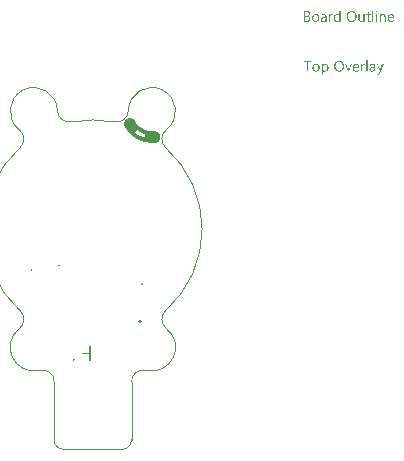
<source format=gto>
G04*
G04 #@! TF.GenerationSoftware,Altium Limited,Altium Designer,21.9.2 (33)*
G04*
G04 Layer_Color=65535*
%FSAX25Y25*%
%MOIN*%
G70*
G04*
G04 #@! TF.SameCoordinates,A6586CB6-8B30-4D09-AE0A-FB24D08DFB98*
G04*
G04*
G04 #@! TF.FilePolarity,Positive*
G04*
G01*
G75*
%ADD10C,0.00591*%
%ADD11C,0.00787*%
%ADD12C,0.00394*%
G36*
X0094583Y0072803D02*
X0094608D01*
X0094664Y0072779D01*
X0094695Y0072760D01*
X0094726Y0072735D01*
X0094732Y0072729D01*
X0094738Y0072723D01*
X0094769Y0072686D01*
X0094794Y0072624D01*
X0094800Y0072587D01*
X0094806Y0072550D01*
Y0072543D01*
Y0072531D01*
X0094800Y0072513D01*
X0094794Y0072488D01*
X0094775Y0072426D01*
X0094750Y0072395D01*
X0094726Y0072364D01*
X0094719D01*
X0094713Y0072351D01*
X0094676Y0072327D01*
X0094620Y0072302D01*
X0094583Y0072296D01*
X0094546Y0072290D01*
X0094527D01*
X0094509Y0072296D01*
X0094484D01*
X0094422Y0072321D01*
X0094391Y0072333D01*
X0094360Y0072358D01*
Y0072364D01*
X0094348Y0072370D01*
X0094336Y0072389D01*
X0094323Y0072407D01*
X0094298Y0072469D01*
X0094292Y0072506D01*
X0094286Y0072550D01*
Y0072556D01*
Y0072568D01*
X0094292Y0072587D01*
X0094298Y0072618D01*
X0094317Y0072673D01*
X0094336Y0072704D01*
X0094360Y0072735D01*
X0094366Y0072742D01*
X0094373Y0072748D01*
X0094410Y0072772D01*
X0094472Y0072797D01*
X0094509Y0072810D01*
X0094564D01*
X0094583Y0072803D01*
D02*
G37*
G36*
X0082593Y0069139D02*
X0082191D01*
Y0069560D01*
X0082178D01*
Y0069554D01*
X0082166Y0069541D01*
X0082147Y0069516D01*
X0082129Y0069485D01*
X0082098Y0069448D01*
X0082061Y0069411D01*
X0082017Y0069368D01*
X0081968Y0069325D01*
X0081912Y0069275D01*
X0081844Y0069232D01*
X0081776Y0069195D01*
X0081695Y0069157D01*
X0081615Y0069126D01*
X0081522Y0069102D01*
X0081423Y0069089D01*
X0081318Y0069083D01*
X0081275D01*
X0081238Y0069089D01*
X0081200Y0069096D01*
X0081151Y0069102D01*
X0081046Y0069126D01*
X0080922Y0069164D01*
X0080798Y0069226D01*
X0080730Y0069263D01*
X0080674Y0069306D01*
X0080612Y0069362D01*
X0080557Y0069417D01*
Y0069424D01*
X0080544Y0069436D01*
X0080532Y0069455D01*
X0080513Y0069479D01*
X0080495Y0069510D01*
X0080470Y0069554D01*
X0080445Y0069603D01*
X0080420Y0069659D01*
X0080389Y0069721D01*
X0080365Y0069789D01*
X0080340Y0069863D01*
X0080321Y0069944D01*
X0080303Y0070030D01*
X0080290Y0070129D01*
X0080284Y0070228D01*
X0080278Y0070334D01*
Y0070340D01*
Y0070358D01*
Y0070395D01*
X0080284Y0070439D01*
X0080290Y0070488D01*
X0080297Y0070550D01*
X0080303Y0070618D01*
X0080315Y0070693D01*
X0080352Y0070854D01*
X0080408Y0071021D01*
X0080445Y0071101D01*
X0080489Y0071182D01*
X0080532Y0071256D01*
X0080588Y0071330D01*
X0080594Y0071336D01*
X0080600Y0071349D01*
X0080618Y0071367D01*
X0080643Y0071392D01*
X0080674Y0071417D01*
X0080717Y0071448D01*
X0080761Y0071485D01*
X0080810Y0071522D01*
X0080934Y0071590D01*
X0081077Y0071652D01*
X0081157Y0071671D01*
X0081244Y0071689D01*
X0081330Y0071702D01*
X0081429Y0071708D01*
X0081479D01*
X0081516Y0071702D01*
X0081553Y0071695D01*
X0081603Y0071689D01*
X0081714Y0071658D01*
X0081838Y0071609D01*
X0081900Y0071578D01*
X0081962Y0071534D01*
X0082024Y0071491D01*
X0082079Y0071435D01*
X0082129Y0071373D01*
X0082178Y0071299D01*
X0082191D01*
Y0072859D01*
X0082593D01*
Y0069139D01*
D02*
G37*
G36*
X0096861Y0071702D02*
X0096935Y0071695D01*
X0097028Y0071677D01*
X0097127Y0071646D01*
X0097232Y0071596D01*
X0097338Y0071528D01*
X0097381Y0071491D01*
X0097424Y0071442D01*
X0097437Y0071429D01*
X0097461Y0071392D01*
X0097492Y0071330D01*
X0097536Y0071244D01*
X0097573Y0071138D01*
X0097610Y0071008D01*
X0097635Y0070854D01*
X0097641Y0070674D01*
Y0069139D01*
X0097239D01*
Y0070569D01*
Y0070575D01*
Y0070606D01*
X0097232Y0070643D01*
Y0070693D01*
X0097220Y0070754D01*
X0097208Y0070823D01*
X0097189Y0070897D01*
X0097164Y0070971D01*
X0097133Y0071045D01*
X0097096Y0071114D01*
X0097047Y0071182D01*
X0096991Y0071244D01*
X0096929Y0071293D01*
X0096849Y0071330D01*
X0096762Y0071361D01*
X0096657Y0071367D01*
X0096644D01*
X0096607Y0071361D01*
X0096552Y0071355D01*
X0096483Y0071336D01*
X0096403Y0071312D01*
X0096316Y0071268D01*
X0096236Y0071213D01*
X0096155Y0071138D01*
X0096149Y0071126D01*
X0096124Y0071101D01*
X0096093Y0071052D01*
X0096056Y0070983D01*
X0096019Y0070903D01*
X0095988Y0070804D01*
X0095964Y0070693D01*
X0095957Y0070569D01*
Y0069139D01*
X0095555D01*
Y0071652D01*
X0095957D01*
Y0071231D01*
X0095970D01*
X0095976Y0071237D01*
X0095982Y0071250D01*
X0096001Y0071275D01*
X0096025Y0071305D01*
X0096050Y0071342D01*
X0096087Y0071380D01*
X0096131Y0071423D01*
X0096180Y0071473D01*
X0096236Y0071516D01*
X0096298Y0071559D01*
X0096366Y0071596D01*
X0096440Y0071633D01*
X0096514Y0071664D01*
X0096601Y0071689D01*
X0096694Y0071702D01*
X0096793Y0071708D01*
X0096830D01*
X0096861Y0071702D01*
D02*
G37*
G36*
X0079863Y0071689D02*
X0079937Y0071683D01*
X0079981Y0071671D01*
X0080012Y0071658D01*
Y0071244D01*
X0080006Y0071250D01*
X0079993Y0071256D01*
X0079969Y0071268D01*
X0079937Y0071287D01*
X0079894Y0071299D01*
X0079839Y0071312D01*
X0079777Y0071318D01*
X0079708Y0071324D01*
X0079696D01*
X0079665Y0071318D01*
X0079616Y0071312D01*
X0079560Y0071293D01*
X0079486Y0071262D01*
X0079418Y0071219D01*
X0079343Y0071157D01*
X0079275Y0071076D01*
X0079269Y0071064D01*
X0079251Y0071033D01*
X0079220Y0070977D01*
X0079189Y0070903D01*
X0079158Y0070810D01*
X0079127Y0070693D01*
X0079108Y0070563D01*
X0079102Y0070414D01*
Y0069139D01*
X0078699D01*
Y0071652D01*
X0079102D01*
Y0071132D01*
X0079114D01*
Y0071138D01*
X0079120Y0071144D01*
X0079133Y0071175D01*
X0079151Y0071225D01*
X0079182Y0071287D01*
X0079213Y0071349D01*
X0079263Y0071417D01*
X0079312Y0071485D01*
X0079374Y0071547D01*
X0079380Y0071553D01*
X0079405Y0071572D01*
X0079442Y0071596D01*
X0079492Y0071621D01*
X0079548Y0071646D01*
X0079616Y0071671D01*
X0079690Y0071689D01*
X0079770Y0071695D01*
X0079826D01*
X0079863Y0071689D01*
D02*
G37*
G36*
X0090603Y0069139D02*
X0090201D01*
Y0069535D01*
X0090188D01*
Y0069529D01*
X0090176Y0069516D01*
X0090163Y0069492D01*
X0090139Y0069467D01*
X0090083Y0069393D01*
X0089996Y0069312D01*
X0089947Y0069269D01*
X0089891Y0069226D01*
X0089829Y0069188D01*
X0089755Y0069151D01*
X0089681Y0069126D01*
X0089600Y0069102D01*
X0089507Y0069089D01*
X0089414Y0069083D01*
X0089377D01*
X0089334Y0069089D01*
X0089272Y0069102D01*
X0089204Y0069114D01*
X0089130Y0069139D01*
X0089049Y0069170D01*
X0088969Y0069219D01*
X0088882Y0069275D01*
X0088802Y0069343D01*
X0088727Y0069430D01*
X0088659Y0069535D01*
X0088597Y0069653D01*
X0088554Y0069795D01*
X0088529Y0069962D01*
X0088517Y0070049D01*
Y0070148D01*
Y0071652D01*
X0088913D01*
Y0070210D01*
Y0070204D01*
Y0070179D01*
X0088919Y0070135D01*
X0088925Y0070086D01*
X0088932Y0070024D01*
X0088944Y0069962D01*
X0088963Y0069888D01*
X0088987Y0069814D01*
X0089025Y0069739D01*
X0089062Y0069671D01*
X0089111Y0069603D01*
X0089173Y0069541D01*
X0089241Y0069492D01*
X0089322Y0069455D01*
X0089421Y0069424D01*
X0089526Y0069417D01*
X0089538D01*
X0089575Y0069424D01*
X0089631Y0069430D01*
X0089693Y0069442D01*
X0089773Y0069473D01*
X0089854Y0069510D01*
X0089934Y0069560D01*
X0090009Y0069634D01*
X0090015Y0069647D01*
X0090040Y0069671D01*
X0090071Y0069721D01*
X0090108Y0069789D01*
X0090139Y0069869D01*
X0090170Y0069968D01*
X0090194Y0070080D01*
X0090201Y0070204D01*
Y0071652D01*
X0090603D01*
Y0069139D01*
D02*
G37*
G36*
X0094738D02*
X0094336D01*
Y0071652D01*
X0094738D01*
Y0069139D01*
D02*
G37*
G36*
X0093518D02*
X0093116D01*
Y0072859D01*
X0093518D01*
Y0069139D01*
D02*
G37*
G36*
X0077140Y0071702D02*
X0077195Y0071695D01*
X0077263Y0071677D01*
X0077338Y0071658D01*
X0077418Y0071627D01*
X0077505Y0071590D01*
X0077585Y0071541D01*
X0077666Y0071479D01*
X0077740Y0071404D01*
X0077808Y0071312D01*
X0077864Y0071206D01*
X0077907Y0071083D01*
X0077932Y0070940D01*
X0077944Y0070773D01*
Y0069139D01*
X0077542D01*
Y0069529D01*
X0077530D01*
Y0069523D01*
X0077517Y0069510D01*
X0077505Y0069485D01*
X0077480Y0069461D01*
X0077418Y0069387D01*
X0077338Y0069306D01*
X0077226Y0069226D01*
X0077096Y0069151D01*
X0077016Y0069126D01*
X0076935Y0069102D01*
X0076849Y0069089D01*
X0076756Y0069083D01*
X0076719D01*
X0076694Y0069089D01*
X0076626Y0069096D01*
X0076545Y0069108D01*
X0076446Y0069133D01*
X0076354Y0069164D01*
X0076254Y0069213D01*
X0076168Y0069275D01*
X0076162Y0069288D01*
X0076137Y0069312D01*
X0076100Y0069356D01*
X0076063Y0069417D01*
X0076025Y0069492D01*
X0075988Y0069578D01*
X0075964Y0069684D01*
X0075957Y0069801D01*
Y0069807D01*
Y0069832D01*
X0075964Y0069869D01*
X0075970Y0069913D01*
X0075982Y0069968D01*
X0076001Y0070030D01*
X0076025Y0070098D01*
X0076063Y0070166D01*
X0076106Y0070241D01*
X0076162Y0070315D01*
X0076230Y0070383D01*
X0076310Y0070445D01*
X0076403Y0070507D01*
X0076515Y0070556D01*
X0076638Y0070594D01*
X0076787Y0070625D01*
X0077542Y0070730D01*
Y0070736D01*
Y0070754D01*
X0077536Y0070792D01*
Y0070829D01*
X0077523Y0070878D01*
X0077517Y0070934D01*
X0077480Y0071052D01*
X0077449Y0071107D01*
X0077418Y0071163D01*
X0077375Y0071219D01*
X0077325Y0071268D01*
X0077263Y0071312D01*
X0077195Y0071342D01*
X0077115Y0071361D01*
X0077022Y0071367D01*
X0076979D01*
X0076948Y0071361D01*
X0076904D01*
X0076861Y0071349D01*
X0076750Y0071330D01*
X0076626Y0071293D01*
X0076490Y0071237D01*
X0076415Y0071200D01*
X0076347Y0071163D01*
X0076273Y0071114D01*
X0076205Y0071058D01*
Y0071473D01*
X0076211D01*
X0076224Y0071485D01*
X0076242Y0071497D01*
X0076273Y0071510D01*
X0076304Y0071528D01*
X0076347Y0071547D01*
X0076397Y0071565D01*
X0076453Y0071590D01*
X0076576Y0071633D01*
X0076725Y0071671D01*
X0076886Y0071695D01*
X0077059Y0071708D01*
X0077096D01*
X0077140Y0071702D01*
D02*
G37*
G36*
X0071451Y0072649D02*
X0071494D01*
X0071538Y0072642D01*
X0071637Y0072630D01*
X0071754Y0072599D01*
X0071878Y0072562D01*
X0071996Y0072506D01*
X0072101Y0072432D01*
X0072107D01*
X0072113Y0072420D01*
X0072144Y0072395D01*
X0072188Y0072345D01*
X0072237Y0072277D01*
X0072281Y0072191D01*
X0072324Y0072092D01*
X0072355Y0071980D01*
X0072367Y0071918D01*
Y0071850D01*
Y0071844D01*
Y0071838D01*
Y0071801D01*
X0072361Y0071745D01*
X0072349Y0071677D01*
X0072330Y0071590D01*
X0072299Y0071504D01*
X0072262Y0071417D01*
X0072206Y0071330D01*
X0072200Y0071318D01*
X0072175Y0071293D01*
X0072138Y0071256D01*
X0072089Y0071206D01*
X0072027Y0071157D01*
X0071952Y0071101D01*
X0071860Y0071058D01*
X0071761Y0071014D01*
Y0071008D01*
X0071779D01*
X0071798Y0071002D01*
X0071816Y0070996D01*
X0071884Y0070983D01*
X0071965Y0070959D01*
X0072052Y0070922D01*
X0072144Y0070878D01*
X0072237Y0070816D01*
X0072324Y0070736D01*
X0072336Y0070723D01*
X0072361Y0070693D01*
X0072392Y0070649D01*
X0072435Y0070581D01*
X0072472Y0070495D01*
X0072510Y0070395D01*
X0072534Y0070278D01*
X0072540Y0070148D01*
Y0070142D01*
Y0070129D01*
Y0070104D01*
X0072534Y0070074D01*
X0072528Y0070037D01*
X0072522Y0069993D01*
X0072497Y0069888D01*
X0072460Y0069770D01*
X0072404Y0069647D01*
X0072367Y0069591D01*
X0072324Y0069529D01*
X0072268Y0069473D01*
X0072212Y0069417D01*
X0072206D01*
X0072200Y0069405D01*
X0072181Y0069393D01*
X0072157Y0069374D01*
X0072126Y0069356D01*
X0072082Y0069331D01*
X0071990Y0069281D01*
X0071872Y0069226D01*
X0071736Y0069182D01*
X0071575Y0069151D01*
X0071494Y0069145D01*
X0071402Y0069139D01*
X0070374D01*
Y0072655D01*
X0071420D01*
X0071451Y0072649D01*
D02*
G37*
G36*
X0091946Y0071652D02*
X0092584D01*
Y0071305D01*
X0091946D01*
Y0069888D01*
Y0069876D01*
Y0069845D01*
X0091952Y0069801D01*
X0091958Y0069745D01*
X0091983Y0069628D01*
X0092002Y0069572D01*
X0092033Y0069529D01*
X0092039Y0069523D01*
X0092051Y0069510D01*
X0092070Y0069498D01*
X0092101Y0069479D01*
X0092138Y0069455D01*
X0092188Y0069442D01*
X0092250Y0069430D01*
X0092318Y0069424D01*
X0092342D01*
X0092373Y0069430D01*
X0092410Y0069436D01*
X0092497Y0069461D01*
X0092540Y0069479D01*
X0092584Y0069504D01*
Y0069157D01*
X0092577D01*
X0092559Y0069145D01*
X0092528Y0069139D01*
X0092485Y0069126D01*
X0092429Y0069114D01*
X0092367Y0069102D01*
X0092293Y0069096D01*
X0092206Y0069089D01*
X0092175D01*
X0092144Y0069096D01*
X0092101Y0069102D01*
X0092051Y0069114D01*
X0091996Y0069126D01*
X0091940Y0069151D01*
X0091878Y0069182D01*
X0091816Y0069219D01*
X0091754Y0069269D01*
X0091699Y0069325D01*
X0091649Y0069399D01*
X0091606Y0069479D01*
X0091575Y0069578D01*
X0091550Y0069690D01*
X0091544Y0069820D01*
Y0071305D01*
X0091117D01*
Y0071652D01*
X0091544D01*
Y0072265D01*
X0091946Y0072395D01*
Y0071652D01*
D02*
G37*
G36*
X0099473Y0071702D02*
X0099516Y0071695D01*
X0099560Y0071689D01*
X0099671Y0071671D01*
X0099795Y0071627D01*
X0099919Y0071572D01*
X0099981Y0071534D01*
X0100043Y0071491D01*
X0100098Y0071442D01*
X0100154Y0071386D01*
X0100160Y0071380D01*
X0100166Y0071373D01*
X0100179Y0071355D01*
X0100197Y0071330D01*
X0100216Y0071293D01*
X0100241Y0071256D01*
X0100266Y0071213D01*
X0100290Y0071157D01*
X0100315Y0071095D01*
X0100340Y0071033D01*
X0100364Y0070959D01*
X0100383Y0070878D01*
X0100402Y0070792D01*
X0100414Y0070705D01*
X0100426Y0070606D01*
Y0070501D01*
Y0070290D01*
X0098650D01*
Y0070284D01*
Y0070272D01*
Y0070253D01*
X0098656Y0070222D01*
X0098662Y0070185D01*
Y0070148D01*
X0098681Y0070049D01*
X0098712Y0069950D01*
X0098749Y0069838D01*
X0098805Y0069733D01*
X0098873Y0069640D01*
X0098885Y0069628D01*
X0098910Y0069603D01*
X0098959Y0069572D01*
X0099028Y0069529D01*
X0099114Y0069485D01*
X0099213Y0069455D01*
X0099331Y0069430D01*
X0099467Y0069417D01*
X0099510D01*
X0099541Y0069424D01*
X0099578D01*
X0099622Y0069430D01*
X0099727Y0069455D01*
X0099845Y0069485D01*
X0099975Y0069535D01*
X0100111Y0069603D01*
X0100179Y0069647D01*
X0100247Y0069696D01*
Y0069318D01*
X0100241D01*
X0100235Y0069306D01*
X0100216Y0069300D01*
X0100185Y0069281D01*
X0100154Y0069263D01*
X0100117Y0069244D01*
X0100067Y0069226D01*
X0100018Y0069201D01*
X0099956Y0069176D01*
X0099888Y0069157D01*
X0099739Y0069120D01*
X0099566Y0069096D01*
X0099374Y0069083D01*
X0099325D01*
X0099287Y0069089D01*
X0099244Y0069096D01*
X0099189Y0069102D01*
X0099071Y0069126D01*
X0098935Y0069164D01*
X0098799Y0069226D01*
X0098730Y0069269D01*
X0098662Y0069312D01*
X0098600Y0069362D01*
X0098539Y0069424D01*
X0098532Y0069430D01*
X0098526Y0069442D01*
X0098514Y0069461D01*
X0098489Y0069485D01*
X0098470Y0069523D01*
X0098446Y0069566D01*
X0098415Y0069616D01*
X0098390Y0069671D01*
X0098359Y0069733D01*
X0098334Y0069807D01*
X0098303Y0069888D01*
X0098285Y0069974D01*
X0098266Y0070067D01*
X0098248Y0070166D01*
X0098241Y0070272D01*
X0098235Y0070383D01*
Y0070389D01*
Y0070408D01*
Y0070439D01*
X0098241Y0070482D01*
X0098248Y0070532D01*
X0098254Y0070587D01*
X0098260Y0070655D01*
X0098278Y0070723D01*
X0098316Y0070872D01*
X0098371Y0071033D01*
X0098409Y0071114D01*
X0098458Y0071188D01*
X0098508Y0071268D01*
X0098563Y0071336D01*
X0098569Y0071342D01*
X0098582Y0071355D01*
X0098600Y0071373D01*
X0098625Y0071392D01*
X0098656Y0071423D01*
X0098693Y0071454D01*
X0098743Y0071485D01*
X0098792Y0071522D01*
X0098910Y0071590D01*
X0099052Y0071652D01*
X0099133Y0071671D01*
X0099213Y0071689D01*
X0099300Y0071702D01*
X0099393Y0071708D01*
X0099442D01*
X0099473Y0071702D01*
D02*
G37*
G36*
X0086431Y0072711D02*
X0086493Y0072704D01*
X0086567Y0072692D01*
X0086647Y0072673D01*
X0086734Y0072655D01*
X0086821Y0072630D01*
X0086920Y0072599D01*
X0087013Y0072556D01*
X0087112Y0072506D01*
X0087211Y0072451D01*
X0087304Y0072382D01*
X0087397Y0072308D01*
X0087483Y0072221D01*
X0087489Y0072215D01*
X0087502Y0072197D01*
X0087527Y0072172D01*
X0087551Y0072135D01*
X0087588Y0072085D01*
X0087625Y0072023D01*
X0087663Y0071955D01*
X0087706Y0071881D01*
X0087749Y0071788D01*
X0087787Y0071695D01*
X0087824Y0071590D01*
X0087861Y0071473D01*
X0087885Y0071355D01*
X0087910Y0071225D01*
X0087923Y0071083D01*
X0087929Y0070940D01*
Y0070928D01*
Y0070903D01*
Y0070860D01*
X0087923Y0070798D01*
X0087916Y0070723D01*
X0087904Y0070643D01*
X0087892Y0070550D01*
X0087873Y0070445D01*
X0087848Y0070340D01*
X0087817Y0070228D01*
X0087780Y0070117D01*
X0087737Y0070006D01*
X0087681Y0069888D01*
X0087619Y0069783D01*
X0087551Y0069677D01*
X0087471Y0069578D01*
X0087465Y0069572D01*
X0087452Y0069560D01*
X0087421Y0069535D01*
X0087390Y0069504D01*
X0087341Y0069461D01*
X0087285Y0069424D01*
X0087223Y0069374D01*
X0087149Y0069331D01*
X0087068Y0069288D01*
X0086976Y0069238D01*
X0086876Y0069201D01*
X0086765Y0069164D01*
X0086647Y0069126D01*
X0086524Y0069102D01*
X0086394Y0069089D01*
X0086251Y0069083D01*
X0086220D01*
X0086177Y0069089D01*
X0086128D01*
X0086066Y0069096D01*
X0085991Y0069108D01*
X0085911Y0069126D01*
X0085818Y0069145D01*
X0085725Y0069170D01*
X0085626Y0069201D01*
X0085527Y0069244D01*
X0085428Y0069288D01*
X0085329Y0069343D01*
X0085230Y0069411D01*
X0085137Y0069485D01*
X0085050Y0069572D01*
X0085044Y0069578D01*
X0085032Y0069597D01*
X0085007Y0069622D01*
X0084982Y0069659D01*
X0084945Y0069708D01*
X0084908Y0069770D01*
X0084871Y0069838D01*
X0084828Y0069919D01*
X0084784Y0070006D01*
X0084747Y0070098D01*
X0084710Y0070204D01*
X0084673Y0070321D01*
X0084648Y0070439D01*
X0084623Y0070569D01*
X0084611Y0070711D01*
X0084605Y0070854D01*
Y0070866D01*
Y0070891D01*
X0084611Y0070934D01*
Y0070996D01*
X0084617Y0071064D01*
X0084630Y0071151D01*
X0084642Y0071244D01*
X0084661Y0071342D01*
X0084685Y0071448D01*
X0084716Y0071559D01*
X0084753Y0071671D01*
X0084797Y0071782D01*
X0084852Y0071893D01*
X0084914Y0072005D01*
X0084982Y0072110D01*
X0085063Y0072209D01*
X0085069Y0072215D01*
X0085081Y0072234D01*
X0085112Y0072259D01*
X0085150Y0072290D01*
X0085193Y0072327D01*
X0085249Y0072370D01*
X0085317Y0072413D01*
X0085391Y0072463D01*
X0085478Y0072513D01*
X0085571Y0072556D01*
X0085669Y0072599D01*
X0085781Y0072636D01*
X0085905Y0072667D01*
X0086035Y0072698D01*
X0086171Y0072711D01*
X0086313Y0072717D01*
X0086381D01*
X0086431Y0072711D01*
D02*
G37*
G36*
X0074404Y0071702D02*
X0074447Y0071695D01*
X0074503Y0071689D01*
X0074626Y0071664D01*
X0074769Y0071621D01*
X0074911Y0071559D01*
X0074986Y0071522D01*
X0075054Y0071479D01*
X0075122Y0071423D01*
X0075184Y0071361D01*
X0075190Y0071355D01*
X0075196Y0071342D01*
X0075215Y0071324D01*
X0075233Y0071299D01*
X0075258Y0071262D01*
X0075283Y0071219D01*
X0075314Y0071169D01*
X0075345Y0071114D01*
X0075369Y0071045D01*
X0075400Y0070977D01*
X0075425Y0070897D01*
X0075450Y0070810D01*
X0075468Y0070717D01*
X0075487Y0070618D01*
X0075493Y0070513D01*
X0075499Y0070402D01*
Y0070395D01*
Y0070377D01*
Y0070346D01*
X0075493Y0070303D01*
X0075487Y0070253D01*
X0075481Y0070191D01*
X0075468Y0070129D01*
X0075456Y0070055D01*
X0075419Y0069907D01*
X0075357Y0069745D01*
X0075320Y0069665D01*
X0075270Y0069585D01*
X0075221Y0069510D01*
X0075159Y0069442D01*
X0075153Y0069436D01*
X0075140Y0069430D01*
X0075122Y0069411D01*
X0075097Y0069387D01*
X0075060Y0069362D01*
X0075023Y0069331D01*
X0074973Y0069294D01*
X0074918Y0069263D01*
X0074856Y0069232D01*
X0074787Y0069195D01*
X0074713Y0069164D01*
X0074633Y0069139D01*
X0074546Y0069114D01*
X0074453Y0069102D01*
X0074354Y0069089D01*
X0074249Y0069083D01*
X0074193D01*
X0074156Y0069089D01*
X0074113Y0069096D01*
X0074057Y0069102D01*
X0073995Y0069114D01*
X0073927Y0069126D01*
X0073785Y0069170D01*
X0073636Y0069232D01*
X0073562Y0069269D01*
X0073494Y0069318D01*
X0073426Y0069368D01*
X0073358Y0069430D01*
X0073351Y0069436D01*
X0073345Y0069448D01*
X0073327Y0069467D01*
X0073308Y0069492D01*
X0073283Y0069529D01*
X0073252Y0069572D01*
X0073221Y0069622D01*
X0073197Y0069677D01*
X0073166Y0069745D01*
X0073135Y0069814D01*
X0073104Y0069888D01*
X0073079Y0069974D01*
X0073042Y0070160D01*
X0073036Y0070259D01*
X0073030Y0070364D01*
Y0070371D01*
Y0070395D01*
Y0070426D01*
X0073036Y0070470D01*
X0073042Y0070519D01*
X0073048Y0070581D01*
X0073061Y0070649D01*
X0073073Y0070723D01*
X0073110Y0070885D01*
X0073172Y0071045D01*
X0073215Y0071126D01*
X0073259Y0071206D01*
X0073308Y0071281D01*
X0073370Y0071349D01*
X0073376Y0071355D01*
X0073388Y0071367D01*
X0073407Y0071380D01*
X0073432Y0071404D01*
X0073469Y0071429D01*
X0073512Y0071460D01*
X0073562Y0071497D01*
X0073618Y0071528D01*
X0073680Y0071559D01*
X0073754Y0071596D01*
X0073828Y0071627D01*
X0073915Y0071652D01*
X0074001Y0071677D01*
X0074100Y0071695D01*
X0074206Y0071702D01*
X0074311Y0071708D01*
X0074366D01*
X0074404Y0071702D01*
D02*
G37*
G36*
X0077616Y0055112D02*
X0077660Y0055105D01*
X0077703Y0055099D01*
X0077814Y0055075D01*
X0077938Y0055037D01*
X0078062Y0054975D01*
X0078124Y0054938D01*
X0078186Y0054889D01*
X0078241Y0054839D01*
X0078297Y0054777D01*
X0078303Y0054771D01*
X0078310Y0054765D01*
X0078322Y0054740D01*
X0078341Y0054715D01*
X0078359Y0054685D01*
X0078384Y0054641D01*
X0078409Y0054592D01*
X0078433Y0054542D01*
X0078458Y0054480D01*
X0078483Y0054412D01*
X0078508Y0054338D01*
X0078526Y0054257D01*
X0078557Y0054078D01*
X0078570Y0053979D01*
Y0053874D01*
Y0053867D01*
Y0053849D01*
Y0053812D01*
X0078563Y0053768D01*
Y0053719D01*
X0078551Y0053657D01*
X0078545Y0053589D01*
X0078532Y0053515D01*
X0078495Y0053354D01*
X0078440Y0053187D01*
X0078402Y0053106D01*
X0078365Y0053026D01*
X0078316Y0052945D01*
X0078260Y0052871D01*
X0078254Y0052865D01*
X0078248Y0052852D01*
X0078229Y0052834D01*
X0078204Y0052815D01*
X0078173Y0052784D01*
X0078136Y0052753D01*
X0078093Y0052716D01*
X0078043Y0052685D01*
X0077988Y0052648D01*
X0077926Y0052611D01*
X0077777Y0052555D01*
X0077697Y0052530D01*
X0077616Y0052512D01*
X0077523Y0052499D01*
X0077424Y0052493D01*
X0077375D01*
X0077344Y0052499D01*
X0077301Y0052506D01*
X0077257Y0052518D01*
X0077146Y0052543D01*
X0077028Y0052592D01*
X0076960Y0052629D01*
X0076898Y0052666D01*
X0076836Y0052716D01*
X0076781Y0052772D01*
X0076719Y0052834D01*
X0076669Y0052908D01*
X0076657D01*
Y0051398D01*
X0076254D01*
Y0055062D01*
X0076657D01*
Y0054616D01*
X0076669D01*
X0076675Y0054623D01*
X0076682Y0054641D01*
X0076700Y0054666D01*
X0076725Y0054697D01*
X0076756Y0054734D01*
X0076793Y0054777D01*
X0076836Y0054821D01*
X0076892Y0054870D01*
X0076948Y0054914D01*
X0077010Y0054957D01*
X0077084Y0055000D01*
X0077158Y0055037D01*
X0077245Y0055075D01*
X0077338Y0055099D01*
X0077431Y0055112D01*
X0077536Y0055118D01*
X0077585D01*
X0077616Y0055112D01*
D02*
G37*
G36*
X0090572Y0055099D02*
X0090646Y0055093D01*
X0090690Y0055081D01*
X0090720Y0055068D01*
Y0054654D01*
X0090714Y0054660D01*
X0090702Y0054666D01*
X0090677Y0054678D01*
X0090646Y0054697D01*
X0090603Y0054709D01*
X0090547Y0054722D01*
X0090485Y0054728D01*
X0090417Y0054734D01*
X0090405D01*
X0090374Y0054728D01*
X0090324Y0054722D01*
X0090269Y0054703D01*
X0090194Y0054672D01*
X0090126Y0054629D01*
X0090052Y0054567D01*
X0089984Y0054486D01*
X0089978Y0054474D01*
X0089959Y0054443D01*
X0089928Y0054387D01*
X0089897Y0054313D01*
X0089866Y0054220D01*
X0089835Y0054103D01*
X0089817Y0053973D01*
X0089811Y0053824D01*
Y0052549D01*
X0089408D01*
Y0055062D01*
X0089811D01*
Y0054542D01*
X0089823D01*
Y0054548D01*
X0089829Y0054554D01*
X0089842Y0054585D01*
X0089860Y0054635D01*
X0089891Y0054697D01*
X0089922Y0054759D01*
X0089972Y0054827D01*
X0090021Y0054895D01*
X0090083Y0054957D01*
X0090089Y0054963D01*
X0090114Y0054982D01*
X0090151Y0055006D01*
X0090201Y0055031D01*
X0090256Y0055056D01*
X0090324Y0055081D01*
X0090399Y0055099D01*
X0090479Y0055105D01*
X0090535D01*
X0090572Y0055099D01*
D02*
G37*
G36*
X0095778Y0052147D02*
X0095772Y0052140D01*
X0095765Y0052116D01*
X0095747Y0052072D01*
X0095722Y0052023D01*
X0095691Y0051967D01*
X0095648Y0051899D01*
X0095604Y0051831D01*
X0095555Y0051757D01*
X0095493Y0051682D01*
X0095431Y0051614D01*
X0095357Y0051546D01*
X0095276Y0051490D01*
X0095196Y0051441D01*
X0095103Y0051398D01*
X0095010Y0051373D01*
X0094905Y0051367D01*
X0094849D01*
X0094812Y0051373D01*
X0094732Y0051385D01*
X0094645Y0051404D01*
Y0051763D01*
X0094651D01*
X0094670Y0051757D01*
X0094695Y0051750D01*
X0094726Y0051744D01*
X0094800Y0051726D01*
X0094880Y0051719D01*
X0094893D01*
X0094930Y0051726D01*
X0094985Y0051738D01*
X0095053Y0051763D01*
X0095128Y0051806D01*
X0095165Y0051837D01*
X0095202Y0051874D01*
X0095239Y0051911D01*
X0095276Y0051961D01*
X0095307Y0052017D01*
X0095338Y0052078D01*
X0095543Y0052549D01*
X0094558Y0055062D01*
X0095004D01*
X0095685Y0053125D01*
Y0053118D01*
X0095691Y0053106D01*
X0095697Y0053088D01*
X0095704Y0053063D01*
X0095710Y0053026D01*
X0095722Y0052988D01*
X0095734Y0052933D01*
X0095753D01*
Y0052945D01*
X0095765Y0052982D01*
X0095778Y0053038D01*
X0095802Y0053118D01*
X0096514Y0055062D01*
X0096929D01*
X0095778Y0052147D01*
D02*
G37*
G36*
X0085348Y0052549D02*
X0084951D01*
X0083998Y0055062D01*
X0084438D01*
X0085081Y0053236D01*
X0085088Y0053230D01*
X0085094Y0053205D01*
X0085106Y0053162D01*
X0085119Y0053118D01*
X0085131Y0053063D01*
X0085150Y0053001D01*
X0085168Y0052883D01*
X0085174D01*
Y0052889D01*
X0085180Y0052914D01*
X0085187Y0052951D01*
X0085193Y0052995D01*
X0085205Y0053050D01*
X0085218Y0053106D01*
X0085255Y0053224D01*
X0085923Y0055062D01*
X0086344D01*
X0085348Y0052549D01*
D02*
G37*
G36*
X0093370Y0055112D02*
X0093426Y0055105D01*
X0093494Y0055087D01*
X0093568Y0055068D01*
X0093648Y0055037D01*
X0093735Y0055000D01*
X0093815Y0054951D01*
X0093896Y0054889D01*
X0093970Y0054814D01*
X0094038Y0054722D01*
X0094094Y0054616D01*
X0094137Y0054493D01*
X0094162Y0054350D01*
X0094174Y0054183D01*
Y0052549D01*
X0093772D01*
Y0052939D01*
X0093760D01*
Y0052933D01*
X0093747Y0052920D01*
X0093735Y0052896D01*
X0093710Y0052871D01*
X0093648Y0052797D01*
X0093568Y0052716D01*
X0093457Y0052636D01*
X0093326Y0052561D01*
X0093246Y0052537D01*
X0093166Y0052512D01*
X0093079Y0052499D01*
X0092986Y0052493D01*
X0092949D01*
X0092924Y0052499D01*
X0092856Y0052506D01*
X0092776Y0052518D01*
X0092677Y0052543D01*
X0092584Y0052574D01*
X0092485Y0052623D01*
X0092398Y0052685D01*
X0092392Y0052697D01*
X0092367Y0052722D01*
X0092330Y0052766D01*
X0092293Y0052828D01*
X0092256Y0052902D01*
X0092219Y0052988D01*
X0092194Y0053094D01*
X0092188Y0053211D01*
Y0053218D01*
Y0053242D01*
X0092194Y0053279D01*
X0092200Y0053323D01*
X0092212Y0053378D01*
X0092231Y0053440D01*
X0092256Y0053508D01*
X0092293Y0053576D01*
X0092336Y0053651D01*
X0092392Y0053725D01*
X0092460Y0053793D01*
X0092540Y0053855D01*
X0092633Y0053917D01*
X0092745Y0053966D01*
X0092869Y0054004D01*
X0093017Y0054035D01*
X0093772Y0054140D01*
Y0054146D01*
Y0054164D01*
X0093766Y0054202D01*
Y0054239D01*
X0093754Y0054288D01*
X0093747Y0054344D01*
X0093710Y0054462D01*
X0093679Y0054517D01*
X0093648Y0054573D01*
X0093605Y0054629D01*
X0093556Y0054678D01*
X0093494Y0054722D01*
X0093426Y0054753D01*
X0093345Y0054771D01*
X0093252Y0054777D01*
X0093209D01*
X0093178Y0054771D01*
X0093135D01*
X0093091Y0054759D01*
X0092980Y0054740D01*
X0092856Y0054703D01*
X0092720Y0054647D01*
X0092646Y0054610D01*
X0092577Y0054573D01*
X0092503Y0054524D01*
X0092435Y0054468D01*
Y0054883D01*
X0092441D01*
X0092454Y0054895D01*
X0092472Y0054907D01*
X0092503Y0054920D01*
X0092534Y0054938D01*
X0092577Y0054957D01*
X0092627Y0054975D01*
X0092683Y0055000D01*
X0092807Y0055044D01*
X0092955Y0055081D01*
X0093116Y0055105D01*
X0093289Y0055118D01*
X0093326D01*
X0093370Y0055112D01*
D02*
G37*
G36*
X0091556Y0052549D02*
X0091154D01*
Y0056269D01*
X0091556D01*
Y0052549D01*
D02*
G37*
G36*
X0072813Y0055694D02*
X0071798D01*
Y0052549D01*
X0071389D01*
Y0055694D01*
X0070374D01*
Y0056065D01*
X0072813D01*
Y0055694D01*
D02*
G37*
G36*
X0087848Y0055112D02*
X0087892Y0055105D01*
X0087935Y0055099D01*
X0088046Y0055081D01*
X0088170Y0055037D01*
X0088294Y0054982D01*
X0088356Y0054944D01*
X0088418Y0054901D01*
X0088474Y0054852D01*
X0088529Y0054796D01*
X0088535Y0054790D01*
X0088542Y0054783D01*
X0088554Y0054765D01*
X0088573Y0054740D01*
X0088591Y0054703D01*
X0088616Y0054666D01*
X0088641Y0054623D01*
X0088665Y0054567D01*
X0088690Y0054505D01*
X0088715Y0054443D01*
X0088740Y0054369D01*
X0088758Y0054288D01*
X0088777Y0054202D01*
X0088789Y0054115D01*
X0088802Y0054016D01*
Y0053911D01*
Y0053700D01*
X0087025D01*
Y0053694D01*
Y0053682D01*
Y0053663D01*
X0087031Y0053632D01*
X0087037Y0053595D01*
Y0053558D01*
X0087056Y0053459D01*
X0087087Y0053360D01*
X0087124Y0053248D01*
X0087180Y0053143D01*
X0087248Y0053050D01*
X0087260Y0053038D01*
X0087285Y0053013D01*
X0087335Y0052982D01*
X0087403Y0052939D01*
X0087489Y0052896D01*
X0087588Y0052865D01*
X0087706Y0052840D01*
X0087842Y0052828D01*
X0087885D01*
X0087916Y0052834D01*
X0087954D01*
X0087997Y0052840D01*
X0088102Y0052865D01*
X0088220Y0052896D01*
X0088350Y0052945D01*
X0088486Y0053013D01*
X0088554Y0053057D01*
X0088622Y0053106D01*
Y0052728D01*
X0088616D01*
X0088610Y0052716D01*
X0088591Y0052710D01*
X0088560Y0052691D01*
X0088529Y0052673D01*
X0088492Y0052654D01*
X0088443Y0052636D01*
X0088393Y0052611D01*
X0088331Y0052586D01*
X0088263Y0052567D01*
X0088115Y0052530D01*
X0087941Y0052506D01*
X0087749Y0052493D01*
X0087700D01*
X0087663Y0052499D01*
X0087619Y0052506D01*
X0087564Y0052512D01*
X0087446Y0052537D01*
X0087310Y0052574D01*
X0087174Y0052636D01*
X0087106Y0052679D01*
X0087037Y0052722D01*
X0086976Y0052772D01*
X0086914Y0052834D01*
X0086908Y0052840D01*
X0086901Y0052852D01*
X0086889Y0052871D01*
X0086864Y0052896D01*
X0086846Y0052933D01*
X0086821Y0052976D01*
X0086790Y0053026D01*
X0086765Y0053081D01*
X0086734Y0053143D01*
X0086709Y0053218D01*
X0086678Y0053298D01*
X0086660Y0053385D01*
X0086641Y0053477D01*
X0086623Y0053576D01*
X0086617Y0053682D01*
X0086610Y0053793D01*
Y0053799D01*
Y0053818D01*
Y0053849D01*
X0086617Y0053892D01*
X0086623Y0053942D01*
X0086629Y0053997D01*
X0086635Y0054066D01*
X0086654Y0054134D01*
X0086691Y0054282D01*
X0086747Y0054443D01*
X0086784Y0054524D01*
X0086833Y0054598D01*
X0086883Y0054678D01*
X0086938Y0054746D01*
X0086945Y0054753D01*
X0086957Y0054765D01*
X0086976Y0054783D01*
X0087000Y0054802D01*
X0087031Y0054833D01*
X0087068Y0054864D01*
X0087118Y0054895D01*
X0087168Y0054932D01*
X0087285Y0055000D01*
X0087427Y0055062D01*
X0087508Y0055081D01*
X0087588Y0055099D01*
X0087675Y0055112D01*
X0087768Y0055118D01*
X0087817D01*
X0087848Y0055112D01*
D02*
G37*
G36*
X0082234Y0056121D02*
X0082296Y0056114D01*
X0082370Y0056102D01*
X0082451Y0056083D01*
X0082537Y0056065D01*
X0082624Y0056040D01*
X0082723Y0056009D01*
X0082816Y0055966D01*
X0082915Y0055916D01*
X0083014Y0055861D01*
X0083107Y0055792D01*
X0083200Y0055718D01*
X0083286Y0055632D01*
X0083293Y0055625D01*
X0083305Y0055607D01*
X0083330Y0055582D01*
X0083354Y0055545D01*
X0083392Y0055495D01*
X0083429Y0055433D01*
X0083466Y0055365D01*
X0083509Y0055291D01*
X0083552Y0055198D01*
X0083590Y0055105D01*
X0083627Y0055000D01*
X0083664Y0054883D01*
X0083689Y0054765D01*
X0083714Y0054635D01*
X0083726Y0054493D01*
X0083732Y0054350D01*
Y0054338D01*
Y0054313D01*
Y0054270D01*
X0083726Y0054208D01*
X0083720Y0054134D01*
X0083707Y0054053D01*
X0083695Y0053960D01*
X0083676Y0053855D01*
X0083652Y0053750D01*
X0083621Y0053638D01*
X0083583Y0053527D01*
X0083540Y0053416D01*
X0083484Y0053298D01*
X0083422Y0053193D01*
X0083354Y0053088D01*
X0083274Y0052988D01*
X0083268Y0052982D01*
X0083255Y0052970D01*
X0083224Y0052945D01*
X0083193Y0052914D01*
X0083144Y0052871D01*
X0083088Y0052834D01*
X0083026Y0052784D01*
X0082952Y0052741D01*
X0082872Y0052697D01*
X0082779Y0052648D01*
X0082680Y0052611D01*
X0082568Y0052574D01*
X0082451Y0052537D01*
X0082327Y0052512D01*
X0082197Y0052499D01*
X0082055Y0052493D01*
X0082024D01*
X0081980Y0052499D01*
X0081931D01*
X0081869Y0052506D01*
X0081795Y0052518D01*
X0081714Y0052537D01*
X0081621Y0052555D01*
X0081528Y0052580D01*
X0081429Y0052611D01*
X0081330Y0052654D01*
X0081231Y0052697D01*
X0081132Y0052753D01*
X0081033Y0052821D01*
X0080940Y0052896D01*
X0080854Y0052982D01*
X0080848Y0052988D01*
X0080835Y0053007D01*
X0080810Y0053032D01*
X0080786Y0053069D01*
X0080748Y0053118D01*
X0080711Y0053180D01*
X0080674Y0053248D01*
X0080631Y0053329D01*
X0080588Y0053416D01*
X0080550Y0053508D01*
X0080513Y0053614D01*
X0080476Y0053731D01*
X0080451Y0053849D01*
X0080427Y0053979D01*
X0080414Y0054121D01*
X0080408Y0054264D01*
Y0054276D01*
Y0054301D01*
X0080414Y0054344D01*
Y0054406D01*
X0080420Y0054474D01*
X0080433Y0054561D01*
X0080445Y0054654D01*
X0080464Y0054753D01*
X0080489Y0054858D01*
X0080519Y0054969D01*
X0080557Y0055081D01*
X0080600Y0055192D01*
X0080656Y0055304D01*
X0080717Y0055415D01*
X0080786Y0055520D01*
X0080866Y0055619D01*
X0080872Y0055625D01*
X0080885Y0055644D01*
X0080916Y0055669D01*
X0080953Y0055700D01*
X0080996Y0055737D01*
X0081052Y0055780D01*
X0081120Y0055823D01*
X0081194Y0055873D01*
X0081281Y0055923D01*
X0081374Y0055966D01*
X0081473Y0056009D01*
X0081584Y0056046D01*
X0081708Y0056077D01*
X0081838Y0056108D01*
X0081974Y0056121D01*
X0082116Y0056127D01*
X0082184D01*
X0082234Y0056121D01*
D02*
G37*
G36*
X0074515Y0055112D02*
X0074558Y0055105D01*
X0074614Y0055099D01*
X0074738Y0055075D01*
X0074880Y0055031D01*
X0075023Y0054969D01*
X0075097Y0054932D01*
X0075165Y0054889D01*
X0075233Y0054833D01*
X0075295Y0054771D01*
X0075301Y0054765D01*
X0075307Y0054753D01*
X0075326Y0054734D01*
X0075345Y0054709D01*
X0075369Y0054672D01*
X0075394Y0054629D01*
X0075425Y0054579D01*
X0075456Y0054524D01*
X0075481Y0054456D01*
X0075512Y0054387D01*
X0075537Y0054307D01*
X0075561Y0054220D01*
X0075580Y0054127D01*
X0075598Y0054028D01*
X0075604Y0053923D01*
X0075611Y0053812D01*
Y0053806D01*
Y0053787D01*
Y0053756D01*
X0075604Y0053713D01*
X0075598Y0053663D01*
X0075592Y0053601D01*
X0075580Y0053539D01*
X0075567Y0053465D01*
X0075530Y0053316D01*
X0075468Y0053156D01*
X0075431Y0053075D01*
X0075382Y0052995D01*
X0075332Y0052920D01*
X0075270Y0052852D01*
X0075264Y0052846D01*
X0075252Y0052840D01*
X0075233Y0052821D01*
X0075208Y0052797D01*
X0075171Y0052772D01*
X0075134Y0052741D01*
X0075085Y0052704D01*
X0075029Y0052673D01*
X0074967Y0052642D01*
X0074899Y0052605D01*
X0074825Y0052574D01*
X0074744Y0052549D01*
X0074657Y0052524D01*
X0074565Y0052512D01*
X0074466Y0052499D01*
X0074360Y0052493D01*
X0074305D01*
X0074268Y0052499D01*
X0074224Y0052506D01*
X0074168Y0052512D01*
X0074107Y0052524D01*
X0074038Y0052537D01*
X0073896Y0052580D01*
X0073748Y0052642D01*
X0073673Y0052679D01*
X0073605Y0052728D01*
X0073537Y0052778D01*
X0073469Y0052840D01*
X0073463Y0052846D01*
X0073457Y0052858D01*
X0073438Y0052877D01*
X0073419Y0052902D01*
X0073395Y0052939D01*
X0073364Y0052982D01*
X0073333Y0053032D01*
X0073308Y0053088D01*
X0073277Y0053156D01*
X0073246Y0053224D01*
X0073215Y0053298D01*
X0073190Y0053385D01*
X0073153Y0053570D01*
X0073147Y0053669D01*
X0073141Y0053775D01*
Y0053781D01*
Y0053806D01*
Y0053837D01*
X0073147Y0053880D01*
X0073153Y0053929D01*
X0073159Y0053991D01*
X0073172Y0054059D01*
X0073184Y0054134D01*
X0073221Y0054295D01*
X0073283Y0054456D01*
X0073327Y0054536D01*
X0073370Y0054616D01*
X0073419Y0054691D01*
X0073481Y0054759D01*
X0073488Y0054765D01*
X0073500Y0054777D01*
X0073519Y0054790D01*
X0073543Y0054814D01*
X0073580Y0054839D01*
X0073624Y0054870D01*
X0073673Y0054907D01*
X0073729Y0054938D01*
X0073791Y0054969D01*
X0073865Y0055006D01*
X0073939Y0055037D01*
X0074026Y0055062D01*
X0074113Y0055087D01*
X0074212Y0055105D01*
X0074317Y0055112D01*
X0074422Y0055118D01*
X0074478D01*
X0074515Y0055112D01*
D02*
G37*
G36*
X0012480Y0037028D02*
X0012597Y0037017D01*
X0012713Y0036998D01*
X0012827Y0036973D01*
X0012940Y0036941D01*
X0013051Y0036902D01*
X0013159Y0036856D01*
X0013264Y0036805D01*
X0013366Y0036746D01*
X0013465Y0036682D01*
X0013559Y0036612D01*
X0013648Y0036536D01*
X0013734Y0036455D01*
X0013814Y0036369D01*
X0013888Y0036279D01*
X0013957Y0036184D01*
X0014020Y0036085D01*
X0014029Y0036070D01*
X0014029Y0036070D01*
X0014132Y0035899D01*
X0014255Y0035709D01*
X0014384Y0035524D01*
X0014519Y0035342D01*
X0014660Y0035165D01*
X0014807Y0034993D01*
X0014959Y0034826D01*
X0015117Y0034663D01*
X0015280Y0034506D01*
X0015448Y0034355D01*
X0015621Y0034209D01*
X0015799Y0034068D01*
X0015981Y0033934D01*
X0016167Y0033806D01*
X0016357Y0033683D01*
X0016552Y0033567D01*
X0016750Y0033458D01*
X0016951Y0033355D01*
X0017156Y0033259D01*
X0017364Y0033169D01*
X0017575Y0033086D01*
X0017788Y0033011D01*
X0018003Y0032942D01*
X0018221Y0032880D01*
X0018441Y0032826D01*
X0018662Y0032778D01*
X0018885Y0032738D01*
X0019109Y0032706D01*
X0019334Y0032680D01*
X0019559Y0032662D01*
X0019785Y0032651D01*
X0020012Y0032648D01*
X0020238Y0032653D01*
X0020461Y0032664D01*
X0020461Y0032664D01*
X0020484Y0032666D01*
X0020602Y0032669D01*
X0020719Y0032665D01*
X0020836Y0032654D01*
X0020952Y0032635D01*
X0021066Y0032610D01*
X0021179Y0032578D01*
X0021290Y0032539D01*
X0021398Y0032494D01*
X0021504Y0032442D01*
X0021605Y0032383D01*
X0021704Y0032319D01*
X0021798Y0032249D01*
X0021888Y0032173D01*
X0021973Y0032092D01*
X0022053Y0032007D01*
X0022127Y0031916D01*
X0022196Y0031821D01*
X0022260Y0031722D01*
X0022317Y0031620D01*
X0022367Y0031514D01*
X0022412Y0031405D01*
X0022450Y0031294D01*
X0022480Y0031181D01*
X0022504Y0031066D01*
X0022522Y0030950D01*
X0022532Y0030833D01*
X0022535Y0030715D01*
X0022530Y0030598D01*
X0022519Y0030481D01*
X0022501Y0030365D01*
X0022476Y0030250D01*
X0022443Y0030138D01*
X0022404Y0030027D01*
X0022359Y0029919D01*
X0022307Y0029813D01*
X0022249Y0029711D01*
X0022185Y0029613D01*
X0022115Y0029519D01*
X0022039Y0029429D01*
X0021958Y0029344D01*
X0021872Y0029264D01*
X0021781Y0029190D01*
X0021687Y0029120D01*
X0021588Y0029057D01*
X0021485Y0029000D01*
X0021379Y0028949D01*
X0021271Y0028905D01*
X0021159Y0028867D01*
X0021046Y0028836D01*
X0020931Y0028812D01*
X0020815Y0028795D01*
X0020721Y0028787D01*
X0020721Y0028788D01*
X0020568Y0028777D01*
X0020276Y0028766D01*
X0019984Y0028762D01*
X0019691Y0028767D01*
X0019399Y0028779D01*
X0019107Y0028799D01*
X0018816Y0028827D01*
X0018526Y0028863D01*
X0018236Y0028907D01*
X0017948Y0028958D01*
X0017662Y0029018D01*
X0017377Y0029085D01*
X0017094Y0029160D01*
X0016814Y0029242D01*
X0016535Y0029332D01*
X0016259Y0029429D01*
X0015986Y0029534D01*
X0015716Y0029647D01*
X0015449Y0029766D01*
X0015186Y0029893D01*
X0014925Y0030027D01*
X0014669Y0030167D01*
X0014417Y0030315D01*
X0014168Y0030470D01*
X0013924Y0030631D01*
X0013684Y0030799D01*
X0013449Y0030973D01*
X0013219Y0031153D01*
X0012994Y0031340D01*
X0012774Y0031532D01*
X0012559Y0031731D01*
X0012349Y0031935D01*
X0012146Y0032145D01*
X0011948Y0032360D01*
X0011755Y0032581D01*
X0011569Y0032807D01*
X0011389Y0033037D01*
X0011216Y0033273D01*
X0011049Y0033513D01*
X0010888Y0033757D01*
X0010734Y0034006D01*
X0010676Y0034107D01*
X0010675Y0034107D01*
X0010626Y0034195D01*
X0010576Y0034301D01*
X0010531Y0034409D01*
X0010493Y0034520D01*
X0010463Y0034634D01*
X0010439Y0034749D01*
X0010422Y0034865D01*
X0010412Y0034982D01*
X0010409Y0035099D01*
X0010413Y0035216D01*
X0010424Y0035333D01*
X0010442Y0035449D01*
X0010468Y0035564D01*
X0010500Y0035677D01*
X0010539Y0035787D01*
X0010584Y0035896D01*
X0010636Y0036001D01*
X0010694Y0036103D01*
X0010759Y0036201D01*
X0010829Y0036295D01*
X0010904Y0036385D01*
X0010985Y0036470D01*
X0011071Y0036550D01*
X0011162Y0036625D01*
X0011257Y0036694D01*
X0011355Y0036757D01*
X0011458Y0036814D01*
X0011564Y0036865D01*
X0011673Y0036909D01*
X0011784Y0036947D01*
X0011897Y0036978D01*
X0012012Y0037002D01*
X0012128Y0037019D01*
X0012245Y0037029D01*
X0012362Y0037032D01*
X0012480Y0037028D01*
D02*
G37*
G36*
X-0000673Y-0043799D02*
X-0001165D01*
Y-0041634D01*
X-0003527D01*
Y-0041240D01*
X-0001165Y-0041240D01*
X-0001165Y-0039075D01*
X-0000673Y-0039075D01*
Y-0043799D01*
D02*
G37*
%LPC*%
G36*
X0081479Y0071367D02*
X0081442D01*
X0081417Y0071361D01*
X0081349Y0071355D01*
X0081268Y0071336D01*
X0081176Y0071299D01*
X0081077Y0071250D01*
X0080984Y0071188D01*
X0080940Y0071144D01*
X0080897Y0071095D01*
X0080891Y0071083D01*
X0080866Y0071045D01*
X0080829Y0070983D01*
X0080792Y0070903D01*
X0080755Y0070798D01*
X0080717Y0070668D01*
X0080693Y0070519D01*
X0080686Y0070352D01*
Y0070346D01*
Y0070334D01*
Y0070309D01*
X0080693Y0070278D01*
Y0070247D01*
X0080699Y0070204D01*
X0080711Y0070104D01*
X0080736Y0069993D01*
X0080773Y0069882D01*
X0080823Y0069770D01*
X0080891Y0069665D01*
X0080903Y0069653D01*
X0080928Y0069628D01*
X0080971Y0069585D01*
X0081033Y0069541D01*
X0081114Y0069498D01*
X0081207Y0069455D01*
X0081312Y0069430D01*
X0081436Y0069417D01*
X0081467D01*
X0081491Y0069424D01*
X0081553Y0069430D01*
X0081627Y0069448D01*
X0081714Y0069479D01*
X0081807Y0069516D01*
X0081894Y0069578D01*
X0081980Y0069659D01*
X0081986Y0069671D01*
X0082011Y0069702D01*
X0082048Y0069758D01*
X0082086Y0069826D01*
X0082123Y0069913D01*
X0082160Y0070018D01*
X0082184Y0070142D01*
X0082191Y0070272D01*
Y0070643D01*
Y0070649D01*
Y0070655D01*
Y0070693D01*
X0082178Y0070748D01*
X0082166Y0070823D01*
X0082141Y0070903D01*
X0082104Y0070990D01*
X0082055Y0071076D01*
X0081986Y0071157D01*
X0081980Y0071163D01*
X0081949Y0071188D01*
X0081906Y0071225D01*
X0081850Y0071262D01*
X0081776Y0071299D01*
X0081689Y0071336D01*
X0081590Y0071361D01*
X0081479Y0071367D01*
D02*
G37*
G36*
X0077542Y0070408D02*
X0076935Y0070321D01*
X0076923D01*
X0076892Y0070315D01*
X0076843Y0070303D01*
X0076781Y0070290D01*
X0076713Y0070272D01*
X0076638Y0070247D01*
X0076576Y0070222D01*
X0076515Y0070185D01*
X0076508Y0070179D01*
X0076490Y0070166D01*
X0076471Y0070142D01*
X0076446Y0070104D01*
X0076415Y0070055D01*
X0076397Y0069993D01*
X0076378Y0069919D01*
X0076372Y0069832D01*
Y0069826D01*
Y0069801D01*
X0076378Y0069770D01*
X0076391Y0069727D01*
X0076403Y0069677D01*
X0076428Y0069628D01*
X0076459Y0069578D01*
X0076502Y0069529D01*
X0076508Y0069523D01*
X0076527Y0069510D01*
X0076558Y0069492D01*
X0076595Y0069473D01*
X0076644Y0069455D01*
X0076706Y0069436D01*
X0076775Y0069424D01*
X0076855Y0069417D01*
X0076867D01*
X0076904Y0069424D01*
X0076960Y0069430D01*
X0077028Y0069442D01*
X0077103Y0069467D01*
X0077189Y0069504D01*
X0077270Y0069560D01*
X0077344Y0069628D01*
X0077350Y0069640D01*
X0077375Y0069665D01*
X0077406Y0069708D01*
X0077443Y0069770D01*
X0077480Y0069851D01*
X0077511Y0069937D01*
X0077536Y0070043D01*
X0077542Y0070154D01*
Y0070408D01*
D02*
G37*
G36*
X0071259Y0072283D02*
X0070789D01*
Y0071144D01*
X0071265D01*
X0071327Y0071151D01*
X0071402Y0071163D01*
X0071488Y0071182D01*
X0071581Y0071213D01*
X0071662Y0071250D01*
X0071742Y0071305D01*
X0071748Y0071312D01*
X0071773Y0071336D01*
X0071804Y0071373D01*
X0071841Y0071429D01*
X0071872Y0071491D01*
X0071903Y0071572D01*
X0071928Y0071664D01*
X0071934Y0071770D01*
Y0071776D01*
Y0071794D01*
X0071928Y0071819D01*
X0071921Y0071850D01*
X0071897Y0071931D01*
X0071878Y0071980D01*
X0071847Y0072030D01*
X0071816Y0072073D01*
X0071767Y0072123D01*
X0071717Y0072166D01*
X0071649Y0072203D01*
X0071575Y0072234D01*
X0071482Y0072259D01*
X0071377Y0072277D01*
X0071259Y0072283D01*
D02*
G37*
G36*
Y0070773D02*
X0070789D01*
Y0069510D01*
X0071408D01*
X0071470Y0069516D01*
X0071556Y0069529D01*
X0071643Y0069554D01*
X0071736Y0069578D01*
X0071829Y0069622D01*
X0071909Y0069677D01*
X0071915Y0069684D01*
X0071940Y0069708D01*
X0071971Y0069745D01*
X0072008Y0069801D01*
X0072045Y0069869D01*
X0072076Y0069950D01*
X0072101Y0070049D01*
X0072107Y0070154D01*
Y0070160D01*
Y0070179D01*
X0072101Y0070210D01*
X0072095Y0070253D01*
X0072082Y0070296D01*
X0072064Y0070352D01*
X0072039Y0070408D01*
X0072002Y0070464D01*
X0071959Y0070519D01*
X0071903Y0070575D01*
X0071835Y0070631D01*
X0071748Y0070674D01*
X0071655Y0070717D01*
X0071538Y0070748D01*
X0071408Y0070767D01*
X0071259Y0070773D01*
D02*
G37*
G36*
X0099387Y0071367D02*
X0099337D01*
X0099287Y0071355D01*
X0099219Y0071342D01*
X0099145Y0071318D01*
X0099059Y0071281D01*
X0098978Y0071231D01*
X0098897Y0071163D01*
X0098891Y0071157D01*
X0098867Y0071126D01*
X0098836Y0071083D01*
X0098792Y0071021D01*
X0098749Y0070946D01*
X0098712Y0070854D01*
X0098681Y0070748D01*
X0098656Y0070631D01*
X0100012D01*
Y0070637D01*
Y0070649D01*
Y0070662D01*
Y0070686D01*
X0100005Y0070754D01*
X0099993Y0070829D01*
X0099968Y0070922D01*
X0099944Y0071008D01*
X0099900Y0071095D01*
X0099845Y0071175D01*
X0099838Y0071182D01*
X0099814Y0071206D01*
X0099777Y0071237D01*
X0099727Y0071275D01*
X0099659Y0071305D01*
X0099578Y0071336D01*
X0099492Y0071361D01*
X0099387Y0071367D01*
D02*
G37*
G36*
X0086282Y0072339D02*
X0086227D01*
X0086189Y0072333D01*
X0086140Y0072327D01*
X0086090Y0072321D01*
X0086028Y0072308D01*
X0085960Y0072290D01*
X0085818Y0072240D01*
X0085744Y0072209D01*
X0085663Y0072172D01*
X0085589Y0072123D01*
X0085515Y0072067D01*
X0085447Y0072005D01*
X0085379Y0071937D01*
X0085372Y0071931D01*
X0085366Y0071918D01*
X0085348Y0071893D01*
X0085323Y0071863D01*
X0085298Y0071825D01*
X0085273Y0071776D01*
X0085242Y0071720D01*
X0085211Y0071658D01*
X0085174Y0071584D01*
X0085143Y0071510D01*
X0085119Y0071423D01*
X0085094Y0071330D01*
X0085069Y0071231D01*
X0085050Y0071120D01*
X0085044Y0071008D01*
X0085038Y0070891D01*
Y0070885D01*
Y0070860D01*
Y0070829D01*
X0085044Y0070785D01*
X0085050Y0070730D01*
X0085057Y0070662D01*
X0085069Y0070594D01*
X0085081Y0070519D01*
X0085119Y0070352D01*
X0085180Y0070173D01*
X0085218Y0070086D01*
X0085261Y0070006D01*
X0085317Y0069919D01*
X0085372Y0069845D01*
X0085379Y0069838D01*
X0085391Y0069826D01*
X0085409Y0069807D01*
X0085434Y0069783D01*
X0085465Y0069752D01*
X0085509Y0069721D01*
X0085558Y0069684D01*
X0085608Y0069647D01*
X0085669Y0069609D01*
X0085738Y0069572D01*
X0085886Y0069510D01*
X0085973Y0069485D01*
X0086059Y0069467D01*
X0086152Y0069455D01*
X0086251Y0069448D01*
X0086307D01*
X0086350Y0069455D01*
X0086394Y0069461D01*
X0086456Y0069467D01*
X0086518Y0069479D01*
X0086586Y0069498D01*
X0086728Y0069541D01*
X0086809Y0069572D01*
X0086883Y0069609D01*
X0086957Y0069653D01*
X0087031Y0069702D01*
X0087099Y0069758D01*
X0087168Y0069826D01*
X0087174Y0069832D01*
X0087180Y0069845D01*
X0087198Y0069863D01*
X0087217Y0069894D01*
X0087248Y0069937D01*
X0087273Y0069981D01*
X0087304Y0070037D01*
X0087335Y0070098D01*
X0087366Y0070173D01*
X0087397Y0070253D01*
X0087427Y0070340D01*
X0087452Y0070433D01*
X0087471Y0070532D01*
X0087489Y0070643D01*
X0087495Y0070761D01*
X0087502Y0070885D01*
Y0070891D01*
Y0070915D01*
Y0070953D01*
X0087495Y0070996D01*
X0087489Y0071058D01*
X0087483Y0071126D01*
X0087477Y0071200D01*
X0087458Y0071281D01*
X0087421Y0071448D01*
X0087366Y0071627D01*
X0087328Y0071714D01*
X0087285Y0071801D01*
X0087229Y0071881D01*
X0087174Y0071955D01*
X0087168Y0071961D01*
X0087161Y0071974D01*
X0087143Y0071992D01*
X0087112Y0072017D01*
X0087081Y0072042D01*
X0087044Y0072079D01*
X0086994Y0072110D01*
X0086945Y0072147D01*
X0086883Y0072184D01*
X0086815Y0072215D01*
X0086740Y0072253D01*
X0086660Y0072277D01*
X0086573Y0072302D01*
X0086487Y0072321D01*
X0086387Y0072333D01*
X0086282Y0072339D01*
D02*
G37*
G36*
X0074280Y0071367D02*
X0074243D01*
X0074218Y0071361D01*
X0074144Y0071355D01*
X0074057Y0071336D01*
X0073958Y0071305D01*
X0073853Y0071256D01*
X0073754Y0071188D01*
X0073704Y0071151D01*
X0073661Y0071101D01*
X0073649Y0071089D01*
X0073624Y0071052D01*
X0073593Y0070996D01*
X0073549Y0070915D01*
X0073506Y0070810D01*
X0073475Y0070686D01*
X0073450Y0070544D01*
X0073438Y0070377D01*
Y0070371D01*
Y0070358D01*
Y0070334D01*
X0073444Y0070303D01*
Y0070266D01*
X0073450Y0070222D01*
X0073469Y0070123D01*
X0073494Y0070012D01*
X0073537Y0069894D01*
X0073593Y0069776D01*
X0073667Y0069671D01*
X0073680Y0069659D01*
X0073710Y0069634D01*
X0073760Y0069591D01*
X0073828Y0069547D01*
X0073915Y0069498D01*
X0074020Y0069455D01*
X0074144Y0069430D01*
X0074280Y0069417D01*
X0074317D01*
X0074342Y0069424D01*
X0074416Y0069430D01*
X0074503Y0069448D01*
X0074596Y0069479D01*
X0074701Y0069523D01*
X0074794Y0069585D01*
X0074880Y0069665D01*
X0074887Y0069677D01*
X0074911Y0069715D01*
X0074948Y0069770D01*
X0074986Y0069851D01*
X0075023Y0069956D01*
X0075060Y0070080D01*
X0075085Y0070222D01*
X0075091Y0070389D01*
Y0070395D01*
Y0070408D01*
Y0070433D01*
Y0070470D01*
X0075085Y0070507D01*
X0075078Y0070550D01*
X0075066Y0070655D01*
X0075041Y0070773D01*
X0075004Y0070891D01*
X0074948Y0071008D01*
X0074880Y0071114D01*
X0074868Y0071126D01*
X0074843Y0071151D01*
X0074794Y0071194D01*
X0074726Y0071244D01*
X0074639Y0071287D01*
X0074540Y0071330D01*
X0074416Y0071355D01*
X0074280Y0071367D01*
D02*
G37*
G36*
X0077437Y0054777D02*
X0077406D01*
X0077381Y0054771D01*
X0077313Y0054765D01*
X0077232Y0054746D01*
X0077146Y0054715D01*
X0077047Y0054672D01*
X0076954Y0054610D01*
X0076867Y0054530D01*
X0076861Y0054517D01*
X0076836Y0054486D01*
X0076799Y0054437D01*
X0076762Y0054363D01*
X0076725Y0054276D01*
X0076688Y0054171D01*
X0076663Y0054053D01*
X0076657Y0053923D01*
Y0053570D01*
Y0053564D01*
Y0053558D01*
X0076663Y0053521D01*
X0076669Y0053459D01*
X0076682Y0053391D01*
X0076706Y0053304D01*
X0076744Y0053218D01*
X0076793Y0053131D01*
X0076861Y0053044D01*
X0076873Y0053038D01*
X0076898Y0053013D01*
X0076942Y0052976D01*
X0077004Y0052939D01*
X0077078Y0052896D01*
X0077164Y0052865D01*
X0077263Y0052840D01*
X0077375Y0052828D01*
X0077412D01*
X0077437Y0052834D01*
X0077499Y0052840D01*
X0077585Y0052865D01*
X0077672Y0052896D01*
X0077771Y0052945D01*
X0077864Y0053013D01*
X0077907Y0053057D01*
X0077944Y0053106D01*
Y0053112D01*
X0077951Y0053118D01*
X0077963Y0053137D01*
X0077975Y0053156D01*
X0077994Y0053187D01*
X0078013Y0053224D01*
X0078050Y0053310D01*
X0078087Y0053422D01*
X0078124Y0053552D01*
X0078149Y0053707D01*
X0078155Y0053886D01*
Y0053892D01*
Y0053904D01*
Y0053923D01*
Y0053954D01*
X0078149Y0053991D01*
X0078142Y0054028D01*
X0078130Y0054121D01*
X0078105Y0054226D01*
X0078074Y0054338D01*
X0078025Y0054443D01*
X0077963Y0054536D01*
X0077957Y0054548D01*
X0077926Y0054573D01*
X0077882Y0054610D01*
X0077827Y0054660D01*
X0077753Y0054703D01*
X0077660Y0054740D01*
X0077554Y0054765D01*
X0077437Y0054777D01*
D02*
G37*
G36*
X0093772Y0053818D02*
X0093166Y0053731D01*
X0093153D01*
X0093122Y0053725D01*
X0093073Y0053713D01*
X0093011Y0053700D01*
X0092943Y0053682D01*
X0092869Y0053657D01*
X0092807Y0053632D01*
X0092745Y0053595D01*
X0092738Y0053589D01*
X0092720Y0053576D01*
X0092701Y0053552D01*
X0092677Y0053515D01*
X0092646Y0053465D01*
X0092627Y0053403D01*
X0092608Y0053329D01*
X0092602Y0053242D01*
Y0053236D01*
Y0053211D01*
X0092608Y0053180D01*
X0092621Y0053137D01*
X0092633Y0053088D01*
X0092658Y0053038D01*
X0092689Y0052988D01*
X0092732Y0052939D01*
X0092738Y0052933D01*
X0092757Y0052920D01*
X0092788Y0052902D01*
X0092825Y0052883D01*
X0092875Y0052865D01*
X0092936Y0052846D01*
X0093005Y0052834D01*
X0093085Y0052828D01*
X0093098D01*
X0093135Y0052834D01*
X0093190Y0052840D01*
X0093258Y0052852D01*
X0093333Y0052877D01*
X0093419Y0052914D01*
X0093500Y0052970D01*
X0093574Y0053038D01*
X0093580Y0053050D01*
X0093605Y0053075D01*
X0093636Y0053118D01*
X0093673Y0053180D01*
X0093710Y0053261D01*
X0093741Y0053347D01*
X0093766Y0053453D01*
X0093772Y0053564D01*
Y0053818D01*
D02*
G37*
G36*
X0087762Y0054777D02*
X0087712D01*
X0087663Y0054765D01*
X0087595Y0054753D01*
X0087520Y0054728D01*
X0087434Y0054691D01*
X0087353Y0054641D01*
X0087273Y0054573D01*
X0087266Y0054567D01*
X0087242Y0054536D01*
X0087211Y0054493D01*
X0087168Y0054431D01*
X0087124Y0054356D01*
X0087087Y0054264D01*
X0087056Y0054158D01*
X0087031Y0054041D01*
X0088387D01*
Y0054047D01*
Y0054059D01*
Y0054072D01*
Y0054096D01*
X0088381Y0054164D01*
X0088368Y0054239D01*
X0088344Y0054332D01*
X0088319Y0054418D01*
X0088275Y0054505D01*
X0088220Y0054585D01*
X0088214Y0054592D01*
X0088189Y0054616D01*
X0088152Y0054647D01*
X0088102Y0054685D01*
X0088034Y0054715D01*
X0087954Y0054746D01*
X0087867Y0054771D01*
X0087762Y0054777D01*
D02*
G37*
G36*
X0082086Y0055749D02*
X0082030D01*
X0081993Y0055743D01*
X0081943Y0055737D01*
X0081894Y0055731D01*
X0081832Y0055718D01*
X0081764Y0055700D01*
X0081621Y0055650D01*
X0081547Y0055619D01*
X0081467Y0055582D01*
X0081392Y0055532D01*
X0081318Y0055477D01*
X0081250Y0055415D01*
X0081182Y0055347D01*
X0081176Y0055341D01*
X0081169Y0055328D01*
X0081151Y0055304D01*
X0081126Y0055273D01*
X0081101Y0055235D01*
X0081077Y0055186D01*
X0081046Y0055130D01*
X0081015Y0055068D01*
X0080977Y0054994D01*
X0080946Y0054920D01*
X0080922Y0054833D01*
X0080897Y0054740D01*
X0080872Y0054641D01*
X0080854Y0054530D01*
X0080848Y0054418D01*
X0080841Y0054301D01*
Y0054295D01*
Y0054270D01*
Y0054239D01*
X0080848Y0054195D01*
X0080854Y0054140D01*
X0080860Y0054072D01*
X0080872Y0054004D01*
X0080885Y0053929D01*
X0080922Y0053762D01*
X0080984Y0053583D01*
X0081021Y0053496D01*
X0081064Y0053416D01*
X0081120Y0053329D01*
X0081176Y0053255D01*
X0081182Y0053248D01*
X0081194Y0053236D01*
X0081213Y0053218D01*
X0081238Y0053193D01*
X0081268Y0053162D01*
X0081312Y0053131D01*
X0081361Y0053094D01*
X0081411Y0053057D01*
X0081473Y0053019D01*
X0081541Y0052982D01*
X0081689Y0052920D01*
X0081776Y0052896D01*
X0081863Y0052877D01*
X0081955Y0052865D01*
X0082055Y0052858D01*
X0082110D01*
X0082154Y0052865D01*
X0082197Y0052871D01*
X0082259Y0052877D01*
X0082321Y0052889D01*
X0082389Y0052908D01*
X0082531Y0052951D01*
X0082612Y0052982D01*
X0082686Y0053019D01*
X0082760Y0053063D01*
X0082835Y0053112D01*
X0082903Y0053168D01*
X0082971Y0053236D01*
X0082977Y0053242D01*
X0082983Y0053255D01*
X0083002Y0053273D01*
X0083020Y0053304D01*
X0083051Y0053347D01*
X0083076Y0053391D01*
X0083107Y0053447D01*
X0083138Y0053508D01*
X0083169Y0053583D01*
X0083200Y0053663D01*
X0083231Y0053750D01*
X0083255Y0053843D01*
X0083274Y0053942D01*
X0083293Y0054053D01*
X0083299Y0054171D01*
X0083305Y0054295D01*
Y0054301D01*
Y0054325D01*
Y0054363D01*
X0083299Y0054406D01*
X0083293Y0054468D01*
X0083286Y0054536D01*
X0083280Y0054610D01*
X0083262Y0054691D01*
X0083224Y0054858D01*
X0083169Y0055037D01*
X0083132Y0055124D01*
X0083088Y0055211D01*
X0083033Y0055291D01*
X0082977Y0055365D01*
X0082971Y0055372D01*
X0082964Y0055384D01*
X0082946Y0055402D01*
X0082915Y0055427D01*
X0082884Y0055452D01*
X0082847Y0055489D01*
X0082797Y0055520D01*
X0082748Y0055557D01*
X0082686Y0055594D01*
X0082618Y0055625D01*
X0082543Y0055663D01*
X0082463Y0055687D01*
X0082376Y0055712D01*
X0082290Y0055731D01*
X0082191Y0055743D01*
X0082086Y0055749D01*
D02*
G37*
G36*
X0074391Y0054777D02*
X0074354D01*
X0074329Y0054771D01*
X0074255Y0054765D01*
X0074168Y0054746D01*
X0074069Y0054715D01*
X0073964Y0054666D01*
X0073865Y0054598D01*
X0073816Y0054561D01*
X0073772Y0054511D01*
X0073760Y0054499D01*
X0073735Y0054462D01*
X0073704Y0054406D01*
X0073661Y0054325D01*
X0073618Y0054220D01*
X0073587Y0054096D01*
X0073562Y0053954D01*
X0073549Y0053787D01*
Y0053781D01*
Y0053768D01*
Y0053744D01*
X0073556Y0053713D01*
Y0053676D01*
X0073562Y0053632D01*
X0073580Y0053533D01*
X0073605Y0053422D01*
X0073649Y0053304D01*
X0073704Y0053187D01*
X0073778Y0053081D01*
X0073791Y0053069D01*
X0073822Y0053044D01*
X0073871Y0053001D01*
X0073939Y0052957D01*
X0074026Y0052908D01*
X0074131Y0052865D01*
X0074255Y0052840D01*
X0074391Y0052828D01*
X0074428D01*
X0074453Y0052834D01*
X0074528Y0052840D01*
X0074614Y0052858D01*
X0074707Y0052889D01*
X0074812Y0052933D01*
X0074905Y0052995D01*
X0074992Y0053075D01*
X0074998Y0053088D01*
X0075023Y0053125D01*
X0075060Y0053180D01*
X0075097Y0053261D01*
X0075134Y0053366D01*
X0075171Y0053490D01*
X0075196Y0053632D01*
X0075202Y0053799D01*
Y0053806D01*
Y0053818D01*
Y0053843D01*
Y0053880D01*
X0075196Y0053917D01*
X0075190Y0053960D01*
X0075177Y0054066D01*
X0075153Y0054183D01*
X0075116Y0054301D01*
X0075060Y0054418D01*
X0074992Y0054524D01*
X0074979Y0054536D01*
X0074955Y0054561D01*
X0074905Y0054604D01*
X0074837Y0054654D01*
X0074750Y0054697D01*
X0074651Y0054740D01*
X0074528Y0054765D01*
X0074391Y0054777D01*
D02*
G37*
G36*
X0014833Y0032906D02*
X0014764Y0032905D01*
X0014695Y0032896D01*
X0014628Y0032880D01*
X0014563Y0032856D01*
X0014501Y0032825D01*
X0014444Y0032787D01*
X0014390Y0032743D01*
X0014342Y0032693D01*
X0014300Y0032639D01*
X0014264Y0032579D01*
X0014235Y0032517D01*
X0014213Y0032451D01*
X0014199Y0032383D01*
X0014192Y0032315D01*
X0014193Y0032245D01*
X0014202Y0032177D01*
X0014219Y0032110D01*
X0014243Y0032045D01*
X0014274Y0031983D01*
X0014311Y0031925D01*
X0014355Y0031872D01*
X0014405Y0031824D01*
X0014460Y0031782D01*
X0014519Y0031746D01*
X0014519Y0031746D01*
X0016605Y0030637D01*
X0016605Y0030637D01*
X0016667Y0030608D01*
X0016733Y0030586D01*
X0016801Y0030572D01*
X0016869Y0030565D01*
X0016939Y0030566D01*
X0017007Y0030575D01*
X0017074Y0030591D01*
X0017139Y0030615D01*
X0017201Y0030646D01*
X0017259Y0030684D01*
X0017312Y0030728D01*
X0017360Y0030778D01*
X0017402Y0030832D01*
X0017438Y0030892D01*
X0017467Y0030954D01*
X0017489Y0031020D01*
X0017503Y0031088D01*
X0017510Y0031157D01*
X0017509Y0031226D01*
X0017500Y0031294D01*
X0017484Y0031361D01*
X0017460Y0031426D01*
X0017429Y0031488D01*
X0017391Y0031546D01*
X0017347Y0031599D01*
X0017297Y0031647D01*
X0017243Y0031690D01*
X0017184Y0031725D01*
X0017183Y0031725D01*
X0015098Y0032834D01*
X0015098Y0032834D01*
X0015035Y0032863D01*
X0014969Y0032885D01*
X0014902Y0032899D01*
X0014833Y0032906D01*
D02*
G37*
%LPD*%
D10*
X-0006249Y-0043479D02*
G03*
X-0006249Y-0043479I-0000197J0000000D01*
G01*
X-0011303Y-0012027D02*
G03*
X-0011303Y-0012027I-0000197J0000000D01*
G01*
X-0020386Y-0013689D02*
G03*
X-0020386Y-0013689I-0000197J0000000D01*
G01*
X0016437Y-0018307D02*
G03*
X0016437Y-0018307I-0000197J0000000D01*
G01*
D11*
X0015945Y-0030807D02*
G03*
X0015945Y-0030807I-0000295J0000000D01*
G01*
D12*
X0024520Y0033155D02*
G03*
X0011812Y0039509I-0004835J0006215D01*
G01*
X-0011812D02*
G03*
X-0024520Y0033155I-0007873J-0000139D01*
G01*
X0007107Y0035717D02*
G03*
X0011812Y0039509I0000768J0003861D01*
G01*
X-0011812D02*
G03*
X-0007107Y0035717I0003936J0000069D01*
G01*
X0007107D02*
G03*
X-0007107Y0035717I-0007107J-0035717D01*
G01*
X0024520Y0033155D02*
G03*
X0024309Y0027116I0002417J-0003108D01*
G01*
X-0024309D02*
G03*
X-0024520Y0033155I-0002628J0002932D01*
G01*
X0024309Y-0027116D02*
G03*
X0024309Y0027116I-0024309J0027116D01*
G01*
X-0024309Y0027116D02*
G03*
X-0024309Y-0027116I0024309J-0027116D01*
G01*
X0024309Y-0027116D02*
G03*
X0024520Y-0033155I0002628J-0002932D01*
G01*
X-0024520Y-0033156D02*
G03*
X-0024309Y-0027116I-0002417J0003108D01*
G01*
X0017769Y-0047008D02*
G03*
X0024520Y-0033155I0001916J0007637D01*
G01*
X-0024520Y-0033156D02*
G03*
X-0017769Y-0047008I0004834J-0006215D01*
G01*
X0017769Y-0047008D02*
G03*
X0012874Y-0050825I-0000958J-0003819D01*
G01*
X-0012874Y-0050825D02*
G03*
X-0017769Y-0047008I-0003937J-0000001D01*
G01*
X-0012874Y-0070276D02*
G03*
X-0009724Y-0073425I0003145J-0000004D01*
G01*
X0009724D02*
G03*
X0012874Y-0070276I0000004J0003145D01*
G01*
Y-0051461D02*
X0012874Y-0050825D01*
X-0012874Y-0050825D02*
X-0012874Y-0051465D01*
X0012874Y-0070276D02*
Y-0051461D01*
X-0012874Y-0070276D02*
Y-0051465D01*
X-0009724Y-0073425D02*
X0009724D01*
M02*

</source>
